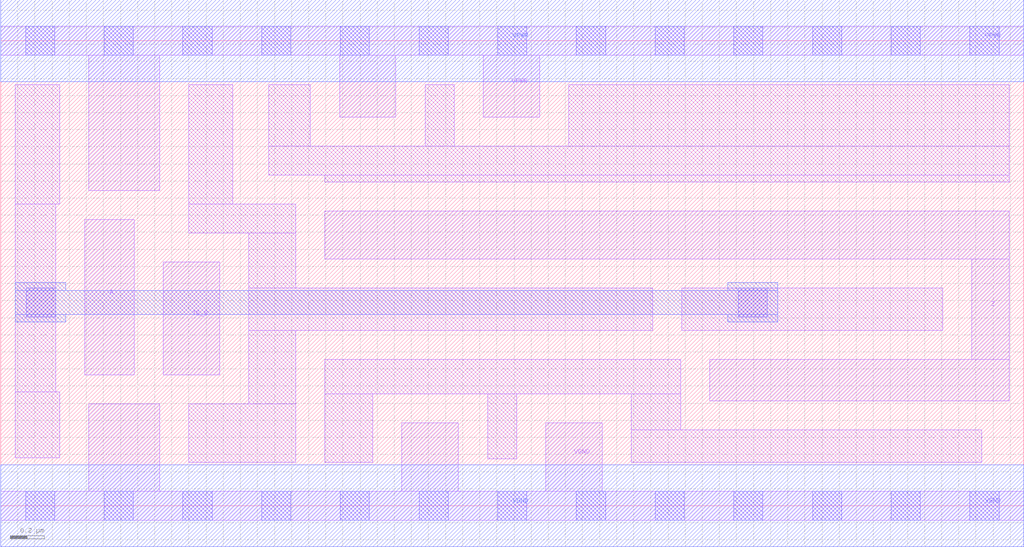
<source format=lef>
# Copyright 2020 The SkyWater PDK Authors
#
# Licensed under the Apache License, Version 2.0 (the "License");
# you may not use this file except in compliance with the License.
# You may obtain a copy of the License at
#
#     https://www.apache.org/licenses/LICENSE-2.0
#
# Unless required by applicable law or agreed to in writing, software
# distributed under the License is distributed on an "AS IS" BASIS,
# WITHOUT WARRANTIES OR CONDITIONS OF ANY KIND, either express or implied.
# See the License for the specific language governing permissions and
# limitations under the License.
#
# SPDX-License-Identifier: Apache-2.0

VERSION 5.7 ;
  NAMESCASESENSITIVE ON ;
  NOWIREEXTENSIONATPIN ON ;
  DIVIDERCHAR "/" ;
  BUSBITCHARS "[]" ;
UNITS
  DATABASE MICRONS 200 ;
END UNITS
MACRO sky130_fd_sc_hd__ebufn_4
  CLASS CORE ;
  SOURCE USER ;
  FOREIGN sky130_fd_sc_hd__ebufn_4 ;
  ORIGIN  0.000000  0.000000 ;
  SIZE  5.980000 BY  2.720000 ;
  SYMMETRY X Y R90 ;
  SITE unithd ;
  PIN A
    ANTENNAGATEAREA  0.247500 ;
    DIRECTION INPUT ;
    USE SIGNAL ;
    PORT
      LAYER li1 ;
        RECT 0.490000 0.765000 0.780000 1.675000 ;
    END
  END A
  PIN TE_B
    ANTENNAGATEAREA  0.811500 ;
    DIRECTION INPUT ;
    USE SIGNAL ;
    PORT
      LAYER li1 ;
        RECT 0.950000 0.765000 1.280000 1.425000 ;
    END
  END TE_B
  PIN Z
    ANTENNADIFFAREA  0.891000 ;
    DIRECTION OUTPUT ;
    USE SIGNAL ;
    PORT
      LAYER li1 ;
        RECT 1.895000 1.445000 5.895000 1.725000 ;
        RECT 4.145000 0.615000 5.895000 0.855000 ;
        RECT 5.675000 0.855000 5.895000 1.445000 ;
    END
  END Z
  PIN VGND
    DIRECTION INOUT ;
    SHAPE ABUTMENT ;
    USE GROUND ;
    PORT
      LAYER li1 ;
        RECT 0.000000 -0.085000 5.980000 0.085000 ;
        RECT 0.515000  0.085000 0.930000 0.595000 ;
        RECT 2.345000  0.085000 2.675000 0.485000 ;
        RECT 3.185000  0.085000 3.515000 0.485000 ;
      LAYER mcon ;
        RECT 0.145000 -0.085000 0.315000 0.085000 ;
        RECT 0.605000 -0.085000 0.775000 0.085000 ;
        RECT 1.065000 -0.085000 1.235000 0.085000 ;
        RECT 1.525000 -0.085000 1.695000 0.085000 ;
        RECT 1.985000 -0.085000 2.155000 0.085000 ;
        RECT 2.445000 -0.085000 2.615000 0.085000 ;
        RECT 2.905000 -0.085000 3.075000 0.085000 ;
        RECT 3.365000 -0.085000 3.535000 0.085000 ;
        RECT 3.825000 -0.085000 3.995000 0.085000 ;
        RECT 4.285000 -0.085000 4.455000 0.085000 ;
        RECT 4.745000 -0.085000 4.915000 0.085000 ;
        RECT 5.205000 -0.085000 5.375000 0.085000 ;
        RECT 5.665000 -0.085000 5.835000 0.085000 ;
      LAYER met1 ;
        RECT 0.000000 -0.240000 5.980000 0.240000 ;
    END
  END VGND
  PIN VPWR
    DIRECTION INOUT ;
    SHAPE ABUTMENT ;
    USE POWER ;
    PORT
      LAYER li1 ;
        RECT 0.000000 2.635000 5.980000 2.805000 ;
        RECT 0.515000 1.845000 0.930000 2.635000 ;
        RECT 1.980000 2.275000 2.310000 2.635000 ;
        RECT 2.820000 2.275000 3.150000 2.635000 ;
      LAYER mcon ;
        RECT 0.145000 2.635000 0.315000 2.805000 ;
        RECT 0.605000 2.635000 0.775000 2.805000 ;
        RECT 1.065000 2.635000 1.235000 2.805000 ;
        RECT 1.525000 2.635000 1.695000 2.805000 ;
        RECT 1.985000 2.635000 2.155000 2.805000 ;
        RECT 2.445000 2.635000 2.615000 2.805000 ;
        RECT 2.905000 2.635000 3.075000 2.805000 ;
        RECT 3.365000 2.635000 3.535000 2.805000 ;
        RECT 3.825000 2.635000 3.995000 2.805000 ;
        RECT 4.285000 2.635000 4.455000 2.805000 ;
        RECT 4.745000 2.635000 4.915000 2.805000 ;
        RECT 5.205000 2.635000 5.375000 2.805000 ;
        RECT 5.665000 2.635000 5.835000 2.805000 ;
      LAYER met1 ;
        RECT 0.000000 2.480000 5.980000 2.960000 ;
    END
  END VPWR
  OBS
    LAYER li1 ;
      RECT 0.085000 0.280000 0.345000 0.665000 ;
      RECT 0.085000 0.665000 0.320000 1.765000 ;
      RECT 0.085000 1.765000 0.345000 2.465000 ;
      RECT 1.100000 0.255000 1.725000 0.595000 ;
      RECT 1.100000 1.595000 1.725000 1.765000 ;
      RECT 1.100000 1.765000 1.355000 2.465000 ;
      RECT 1.450000 0.595000 1.725000 1.025000 ;
      RECT 1.450000 1.025000 3.810000 1.275000 ;
      RECT 1.450000 1.275000 1.725000 1.595000 ;
      RECT 1.565000 1.935000 5.895000 2.105000 ;
      RECT 1.565000 2.105000 1.810000 2.465000 ;
      RECT 1.895000 0.255000 2.175000 0.655000 ;
      RECT 1.895000 0.655000 3.975000 0.855000 ;
      RECT 1.895000 1.895000 5.895000 1.935000 ;
      RECT 2.480000 2.105000 2.650000 2.465000 ;
      RECT 2.845000 0.275000 3.015000 0.655000 ;
      RECT 3.320000 2.105000 5.895000 2.465000 ;
      RECT 3.685000 0.255000 5.735000 0.445000 ;
      RECT 3.685000 0.445000 3.975000 0.655000 ;
      RECT 3.980000 1.025000 5.505000 1.275000 ;
    LAYER mcon ;
      RECT 0.150000 1.105000 0.320000 1.275000 ;
      RECT 4.310000 1.105000 4.480000 1.275000 ;
    LAYER met1 ;
      RECT 0.085000 1.075000 0.380000 1.120000 ;
      RECT 0.085000 1.120000 4.540000 1.260000 ;
      RECT 0.085000 1.260000 0.380000 1.305000 ;
      RECT 4.250000 1.075000 4.540000 1.120000 ;
      RECT 4.250000 1.260000 4.540000 1.305000 ;
  END
END sky130_fd_sc_hd__ebufn_4
END LIBRARY

</source>
